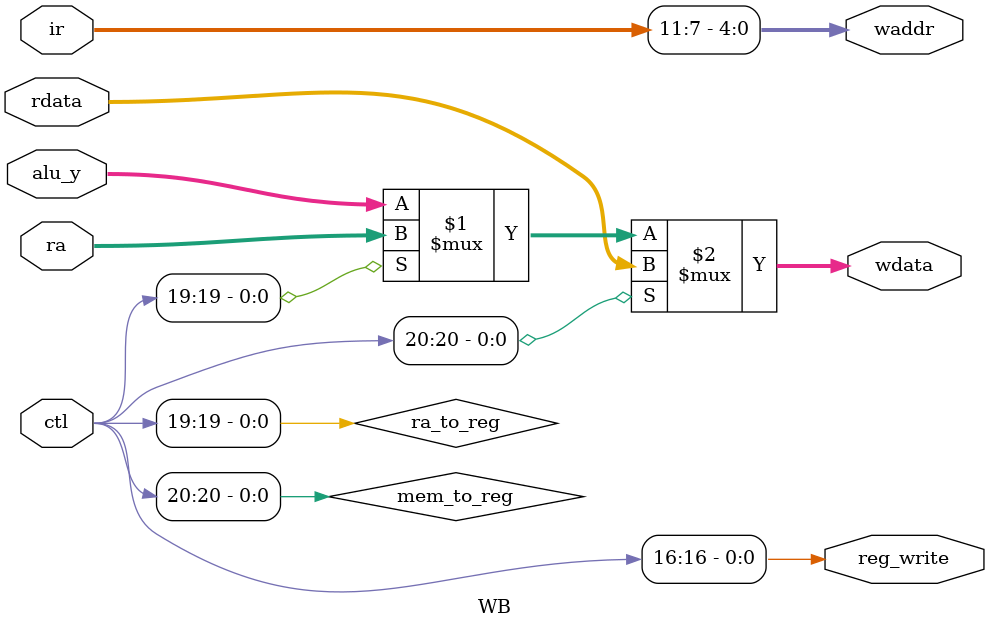
<source format=v>
`timescale 1ns / 1ps


module WB(
    input [31:0] ir, ctl,
    input [31:0] ra,
    input [31:0] rdata, alu_y,
    output reg_write,
    output [4:0] waddr,
    output [31:0] wdata
    );

    wire mem_to_reg, ra_to_reg;

    assign mem_to_reg = ctl[20], ra_to_reg = ctl[19];
    assign reg_write = ctl[16];

    assign waddr = ir[11:7];
    assign wdata = mem_to_reg ? rdata : (ra_to_reg ? ra : alu_y);
endmodule

</source>
